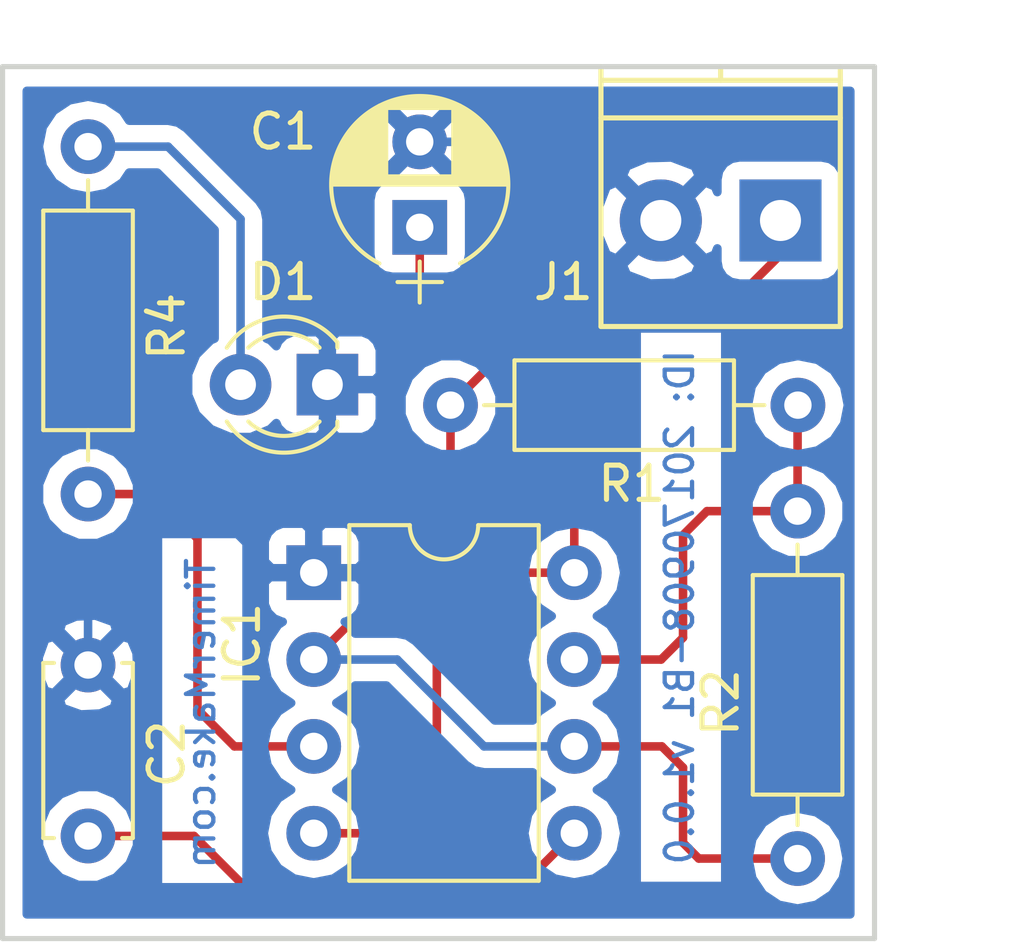
<source format=kicad_pcb>
(kicad_pcb (version 4) (host pcbnew 4.0.7-e1-6374~58~ubuntu16.04.1)

  (general
    (links 15)
    (no_connects 0)
    (area 99.924999 123.375 130.002382 151.435)
    (thickness 1.6)
    (drawings 7)
    (tracks 59)
    (zones 0)
    (modules 8)
    (nets 8)
  )

  (page USLetter portrait)
  (layers
    (0 F.Cu signal)
    (31 B.Cu signal)
    (32 B.Adhes user)
    (33 F.Adhes user)
    (34 B.Paste user)
    (35 F.Paste user)
    (36 B.SilkS user)
    (37 F.SilkS user)
    (38 B.Mask user)
    (39 F.Mask user)
    (44 Edge.Cuts user)
    (45 Margin user)
    (46 B.CrtYd user)
    (47 F.CrtYd user)
    (48 B.Fab user)
    (49 F.Fab user)
  )

  (setup
    (last_trace_width 0.25)
    (trace_clearance 0.25)
    (zone_clearance 0.508)
    (zone_45_only no)
    (trace_min 0.25)
    (segment_width 0.2)
    (edge_width 0.15)
    (via_size 0.6)
    (via_drill 0.4)
    (via_min_size 0.4)
    (via_min_drill 0.3)
    (uvia_size 0.3)
    (uvia_drill 0.1)
    (uvias_allowed no)
    (uvia_min_size 0.2)
    (uvia_min_drill 0.1)
    (pcb_text_width 0.3)
    (pcb_text_size 0.5 0.5)
    (mod_edge_width 0.15)
    (mod_text_size 1 1)
    (mod_text_width 0.15)
    (pad_size 1.524 1.524)
    (pad_drill 0.762)
    (pad_to_mask_clearance 0.2)
    (aux_axis_origin 0 0)
    (visible_elements FFFFFF7F)
    (pcbplotparams
      (layerselection 0x00000_00000001)
      (usegerberextensions false)
      (excludeedgelayer true)
      (linewidth 0.100000)
      (plotframeref true)
      (viasonmask false)
      (mode 1)
      (useauxorigin false)
      (hpglpennumber 1)
      (hpglpenspeed 20)
      (hpglpendiameter 15)
      (hpglpenoverlay 2)
      (psnegative true)
      (psa4output false)
      (plotreference false)
      (plotvalue false)
      (plotinvisibletext false)
      (padsonsilk true)
      (subtractmaskfromsilk false)
      (outputformat 4)
      (mirror true)
      (drillshape 1)
      (scaleselection 1)
      (outputdirectory ""))
  )

  (net 0 "")
  (net 1 "Net-(C1-Pad1)")
  (net 2 GND)
  (net 3 "Net-(C2-Pad1)")
  (net 4 "Net-(D1-Pad2)")
  (net 5 "Net-(IC1-Pad3)")
  (net 6 "Net-(IC1-Pad7)")
  (net 7 VCC)

  (net_class Default "This is the default net class."
    (clearance 0.25)
    (trace_width 0.25)
    (via_dia 0.6)
    (via_drill 0.4)
    (uvia_dia 0.3)
    (uvia_drill 0.1)
    (add_net GND)
    (add_net "Net-(C1-Pad1)")
    (add_net "Net-(C2-Pad1)")
    (add_net "Net-(D1-Pad2)")
    (add_net "Net-(IC1-Pad3)")
    (add_net "Net-(IC1-Pad7)")
    (add_net VCC)
  )

  (module Housings_DIP:DIP-8_W7.62mm (layer F.Cu) (tedit 59B30B64) (tstamp 59AE9D12)
    (at 109.1 140.3)
    (descr "8-lead dip package, row spacing 7.62 mm (300 mils)")
    (tags "DIL DIP PDIP 2.54mm 7.62mm 300mil")
    (path /59AAAE2A)
    (fp_text reference IC1 (at -2.1 2.1 90) (layer F.SilkS)
      (effects (font (size 1 1) (thickness 0.15)))
    )
    (fp_text value LM555N (at 3.81 10.01) (layer F.Fab)
      (effects (font (size 1 1) (thickness 0.15)))
    )
    (fp_text user %R (at 5 7.8) (layer F.Fab)
      (effects (font (size 1 1) (thickness 0.15)))
    )
    (fp_line (start 1.635 -1.27) (end 6.985 -1.27) (layer F.Fab) (width 0.1))
    (fp_line (start 6.985 -1.27) (end 6.985 8.89) (layer F.Fab) (width 0.1))
    (fp_line (start 6.985 8.89) (end 0.635 8.89) (layer F.Fab) (width 0.1))
    (fp_line (start 0.635 8.89) (end 0.635 -0.27) (layer F.Fab) (width 0.1))
    (fp_line (start 0.635 -0.27) (end 1.635 -1.27) (layer F.Fab) (width 0.1))
    (fp_line (start 2.81 -1.39) (end 1.04 -1.39) (layer F.SilkS) (width 0.12))
    (fp_line (start 1.04 -1.39) (end 1.04 9.01) (layer F.SilkS) (width 0.12))
    (fp_line (start 1.04 9.01) (end 6.58 9.01) (layer F.SilkS) (width 0.12))
    (fp_line (start 6.58 9.01) (end 6.58 -1.39) (layer F.SilkS) (width 0.12))
    (fp_line (start 6.58 -1.39) (end 4.81 -1.39) (layer F.SilkS) (width 0.12))
    (fp_line (start -1.1 -1.6) (end -1.1 9.2) (layer F.CrtYd) (width 0.05))
    (fp_line (start -1.1 9.2) (end 8.7 9.2) (layer F.CrtYd) (width 0.05))
    (fp_line (start 8.7 9.2) (end 8.7 -1.6) (layer F.CrtYd) (width 0.05))
    (fp_line (start 8.7 -1.6) (end -1.1 -1.6) (layer F.CrtYd) (width 0.05))
    (fp_arc (start 3.81 -1.39) (end 2.81 -1.39) (angle -180) (layer F.SilkS) (width 0.12))
    (pad 1 thru_hole rect (at 0 0) (size 1.6 1.6) (drill 0.8) (layers *.Cu *.Mask)
      (net 2 GND))
    (pad 5 thru_hole oval (at 7.62 7.62) (size 1.6 1.6) (drill 0.8) (layers *.Cu *.Mask)
      (net 3 "Net-(C2-Pad1)"))
    (pad 2 thru_hole oval (at 0 2.54) (size 1.6 1.6) (drill 0.8) (layers *.Cu *.Mask)
      (net 1 "Net-(C1-Pad1)"))
    (pad 6 thru_hole oval (at 7.62 5.08) (size 1.6 1.6) (drill 0.8) (layers *.Cu *.Mask)
      (net 1 "Net-(C1-Pad1)"))
    (pad 3 thru_hole oval (at 0 5.08) (size 1.6 1.6) (drill 0.8) (layers *.Cu *.Mask)
      (net 5 "Net-(IC1-Pad3)"))
    (pad 7 thru_hole oval (at 7.62 2.54) (size 1.6 1.6) (drill 0.8) (layers *.Cu *.Mask)
      (net 6 "Net-(IC1-Pad7)"))
    (pad 4 thru_hole oval (at 0 7.62) (size 1.6 1.6) (drill 0.8) (layers *.Cu *.Mask)
      (net 7 VCC))
    (pad 8 thru_hole oval (at 7.62 0) (size 1.6 1.6) (drill 0.8) (layers *.Cu *.Mask)
      (net 7 VCC))
    (model ${KISYS3DMOD}/Housings_DIP.3dshapes/DIP-8_W7.62mm.wrl
      (at (xyz 0 0 0))
      (scale (xyz 1 1 1))
      (rotate (xyz 0 0 0))
    )
  )

  (module LEDs:LED_D3.0mm (layer F.Cu) (tedit 59B30BDF) (tstamp 59AEA375)
    (at 109.5 134.8 180)
    (descr "LED, diameter 3.0mm, 2 pins")
    (tags "LED diameter 3.0mm 2 pins")
    (path /59AAAEAE)
    (fp_text reference D1 (at 1.3 3 180) (layer F.SilkS)
      (effects (font (size 1 1) (thickness 0.15)))
    )
    (fp_text value LED1 (at 2.5 -3 180) (layer F.Fab)
      (effects (font (size 1 1) (thickness 0.15)))
    )
    (fp_arc (start 1.27 0) (end -0.23 -1.16619) (angle 284.3) (layer F.Fab) (width 0.1))
    (fp_arc (start 1.27 0) (end -0.29 -1.235516) (angle 108.8) (layer F.SilkS) (width 0.12))
    (fp_arc (start 1.27 0) (end -0.29 1.235516) (angle -108.8) (layer F.SilkS) (width 0.12))
    (fp_arc (start 1.27 0) (end 0.229039 -1.08) (angle 87.9) (layer F.SilkS) (width 0.12))
    (fp_arc (start 1.27 0) (end 0.229039 1.08) (angle -87.9) (layer F.SilkS) (width 0.12))
    (fp_circle (center 1.27 0) (end 2.77 0) (layer F.Fab) (width 0.1))
    (fp_line (start -0.23 -1.16619) (end -0.23 1.16619) (layer F.Fab) (width 0.1))
    (fp_line (start -0.29 -1.236) (end -0.29 -1.08) (layer F.SilkS) (width 0.12))
    (fp_line (start -0.29 1.08) (end -0.29 1.236) (layer F.SilkS) (width 0.12))
    (fp_line (start -1.15 -2.25) (end -1.15 2.25) (layer F.CrtYd) (width 0.05))
    (fp_line (start -1.15 2.25) (end 3.7 2.25) (layer F.CrtYd) (width 0.05))
    (fp_line (start 3.7 2.25) (end 3.7 -2.25) (layer F.CrtYd) (width 0.05))
    (fp_line (start 3.7 -2.25) (end -1.15 -2.25) (layer F.CrtYd) (width 0.05))
    (pad 1 thru_hole rect (at 0 0 180) (size 1.8 1.8) (drill 0.9) (layers *.Cu *.Mask)
      (net 2 GND))
    (pad 2 thru_hole circle (at 2.54 0 180) (size 1.8 1.8) (drill 0.9) (layers *.Cu *.Mask)
      (net 4 "Net-(D1-Pad2)"))
    (model ${KISYS3DMOD}/LEDs.3dshapes/LED_D3.0mm.wrl
      (at (xyz 0 0 0))
      (scale (xyz 0.393701 0.393701 0.393701))
      (rotate (xyz 0 0 0))
    )
  )

  (module Connectors_Terminal_Blocks:TerminalBlock_Pheonix_PT-3.5mm_2pol (layer F.Cu) (tedit 59B55654) (tstamp 59AF2659)
    (at 122.75 130 180)
    (descr "2-way 3.5mm pitch terminal block, Phoenix PT series")
    (path /59AF0616)
    (fp_text reference J1 (at 6.35 -1.8 180) (layer F.SilkS)
      (effects (font (size 1 1) (thickness 0.15)))
    )
    (fp_text value Screw_Terminal_1x02 (at 0.95 5.6 180) (layer F.Fab)
      (effects (font (size 1 1) (thickness 0.15)))
    )
    (fp_line (start -1.9 -3.3) (end 5.4 -3.3) (layer F.CrtYd) (width 0.05))
    (fp_line (start -1.9 4.7) (end -1.9 -3.3) (layer F.CrtYd) (width 0.05))
    (fp_line (start 5.4 4.7) (end -1.9 4.7) (layer F.CrtYd) (width 0.05))
    (fp_line (start 5.4 -3.3) (end 5.4 4.7) (layer F.CrtYd) (width 0.05))
    (fp_line (start 1.75 4.1) (end 1.75 4.5) (layer F.SilkS) (width 0.15))
    (fp_line (start -1.75 3) (end 5.25 3) (layer F.SilkS) (width 0.15))
    (fp_line (start -1.75 4.1) (end 5.25 4.1) (layer F.SilkS) (width 0.15))
    (fp_line (start -1.75 -3.1) (end -1.75 4.5) (layer F.SilkS) (width 0.15))
    (fp_line (start 5.25 4.5) (end 5.25 -3.1) (layer F.SilkS) (width 0.15))
    (fp_line (start 5.25 -3.1) (end -1.75 -3.1) (layer F.SilkS) (width 0.15))
    (pad 2 thru_hole circle (at 3.5 0 180) (size 2.4 2.4) (drill 1.2) (layers *.Cu *.Mask)
      (net 2 GND))
    (pad 1 thru_hole rect (at 0 0 180) (size 2.4 2.4) (drill 1.2) (layers *.Cu *.Mask)
      (net 7 VCC))
    (model Terminal_Blocks.3dshapes/TerminalBlock_Pheonix_PT-3.5mm_2pol.wrl
      (at (xyz 0 0 0))
      (scale (xyz 1 1 1))
      (rotate (xyz 0 0 0))
    )
  )

  (module Capacitors_THT:CP_Radial_D5.0mm_P2.50mm (layer F.Cu) (tedit 59B30AEE) (tstamp 59AF271D)
    (at 112.2 130.2 90)
    (descr "CP, Radial series, Radial, pin pitch=2.50mm, , diameter=5mm, Electrolytic Capacitor")
    (tags "CP Radial series Radial pin pitch 2.50mm  diameter 5mm Electrolytic Capacitor")
    (path /59AAB179)
    (fp_text reference C1 (at 2.8 -4 180) (layer F.SilkS)
      (effects (font (size 1 1) (thickness 0.15)))
    )
    (fp_text value 10mF (at 1.25 3.81 90) (layer F.Fab)
      (effects (font (size 1 1) (thickness 0.15)))
    )
    (fp_arc (start 1.25 0) (end -1.05558 -1.18) (angle 125.8) (layer F.SilkS) (width 0.12))
    (fp_arc (start 1.25 0) (end -1.05558 1.18) (angle -125.8) (layer F.SilkS) (width 0.12))
    (fp_arc (start 1.25 0) (end 3.55558 -1.18) (angle 54.2) (layer F.SilkS) (width 0.12))
    (fp_circle (center 1.25 0) (end 3.75 0) (layer F.Fab) (width 0.1))
    (fp_line (start -2.2 0) (end -1 0) (layer F.Fab) (width 0.1))
    (fp_line (start -1.6 -0.65) (end -1.6 0.65) (layer F.Fab) (width 0.1))
    (fp_line (start 1.25 -2.55) (end 1.25 2.55) (layer F.SilkS) (width 0.12))
    (fp_line (start 1.29 -2.55) (end 1.29 2.55) (layer F.SilkS) (width 0.12))
    (fp_line (start 1.33 -2.549) (end 1.33 2.549) (layer F.SilkS) (width 0.12))
    (fp_line (start 1.37 -2.548) (end 1.37 2.548) (layer F.SilkS) (width 0.12))
    (fp_line (start 1.41 -2.546) (end 1.41 2.546) (layer F.SilkS) (width 0.12))
    (fp_line (start 1.45 -2.543) (end 1.45 2.543) (layer F.SilkS) (width 0.12))
    (fp_line (start 1.49 -2.539) (end 1.49 2.539) (layer F.SilkS) (width 0.12))
    (fp_line (start 1.53 -2.535) (end 1.53 -0.98) (layer F.SilkS) (width 0.12))
    (fp_line (start 1.53 0.98) (end 1.53 2.535) (layer F.SilkS) (width 0.12))
    (fp_line (start 1.57 -2.531) (end 1.57 -0.98) (layer F.SilkS) (width 0.12))
    (fp_line (start 1.57 0.98) (end 1.57 2.531) (layer F.SilkS) (width 0.12))
    (fp_line (start 1.61 -2.525) (end 1.61 -0.98) (layer F.SilkS) (width 0.12))
    (fp_line (start 1.61 0.98) (end 1.61 2.525) (layer F.SilkS) (width 0.12))
    (fp_line (start 1.65 -2.519) (end 1.65 -0.98) (layer F.SilkS) (width 0.12))
    (fp_line (start 1.65 0.98) (end 1.65 2.519) (layer F.SilkS) (width 0.12))
    (fp_line (start 1.69 -2.513) (end 1.69 -0.98) (layer F.SilkS) (width 0.12))
    (fp_line (start 1.69 0.98) (end 1.69 2.513) (layer F.SilkS) (width 0.12))
    (fp_line (start 1.73 -2.506) (end 1.73 -0.98) (layer F.SilkS) (width 0.12))
    (fp_line (start 1.73 0.98) (end 1.73 2.506) (layer F.SilkS) (width 0.12))
    (fp_line (start 1.77 -2.498) (end 1.77 -0.98) (layer F.SilkS) (width 0.12))
    (fp_line (start 1.77 0.98) (end 1.77 2.498) (layer F.SilkS) (width 0.12))
    (fp_line (start 1.81 -2.489) (end 1.81 -0.98) (layer F.SilkS) (width 0.12))
    (fp_line (start 1.81 0.98) (end 1.81 2.489) (layer F.SilkS) (width 0.12))
    (fp_line (start 1.85 -2.48) (end 1.85 -0.98) (layer F.SilkS) (width 0.12))
    (fp_line (start 1.85 0.98) (end 1.85 2.48) (layer F.SilkS) (width 0.12))
    (fp_line (start 1.89 -2.47) (end 1.89 -0.98) (layer F.SilkS) (width 0.12))
    (fp_line (start 1.89 0.98) (end 1.89 2.47) (layer F.SilkS) (width 0.12))
    (fp_line (start 1.93 -2.46) (end 1.93 -0.98) (layer F.SilkS) (width 0.12))
    (fp_line (start 1.93 0.98) (end 1.93 2.46) (layer F.SilkS) (width 0.12))
    (fp_line (start 1.971 -2.448) (end 1.971 -0.98) (layer F.SilkS) (width 0.12))
    (fp_line (start 1.971 0.98) (end 1.971 2.448) (layer F.SilkS) (width 0.12))
    (fp_line (start 2.011 -2.436) (end 2.011 -0.98) (layer F.SilkS) (width 0.12))
    (fp_line (start 2.011 0.98) (end 2.011 2.436) (layer F.SilkS) (width 0.12))
    (fp_line (start 2.051 -2.424) (end 2.051 -0.98) (layer F.SilkS) (width 0.12))
    (fp_line (start 2.051 0.98) (end 2.051 2.424) (layer F.SilkS) (width 0.12))
    (fp_line (start 2.091 -2.41) (end 2.091 -0.98) (layer F.SilkS) (width 0.12))
    (fp_line (start 2.091 0.98) (end 2.091 2.41) (layer F.SilkS) (width 0.12))
    (fp_line (start 2.131 -2.396) (end 2.131 -0.98) (layer F.SilkS) (width 0.12))
    (fp_line (start 2.131 0.98) (end 2.131 2.396) (layer F.SilkS) (width 0.12))
    (fp_line (start 2.171 -2.382) (end 2.171 -0.98) (layer F.SilkS) (width 0.12))
    (fp_line (start 2.171 0.98) (end 2.171 2.382) (layer F.SilkS) (width 0.12))
    (fp_line (start 2.211 -2.366) (end 2.211 -0.98) (layer F.SilkS) (width 0.12))
    (fp_line (start 2.211 0.98) (end 2.211 2.366) (layer F.SilkS) (width 0.12))
    (fp_line (start 2.251 -2.35) (end 2.251 -0.98) (layer F.SilkS) (width 0.12))
    (fp_line (start 2.251 0.98) (end 2.251 2.35) (layer F.SilkS) (width 0.12))
    (fp_line (start 2.291 -2.333) (end 2.291 -0.98) (layer F.SilkS) (width 0.12))
    (fp_line (start 2.291 0.98) (end 2.291 2.333) (layer F.SilkS) (width 0.12))
    (fp_line (start 2.331 -2.315) (end 2.331 -0.98) (layer F.SilkS) (width 0.12))
    (fp_line (start 2.331 0.98) (end 2.331 2.315) (layer F.SilkS) (width 0.12))
    (fp_line (start 2.371 -2.296) (end 2.371 -0.98) (layer F.SilkS) (width 0.12))
    (fp_line (start 2.371 0.98) (end 2.371 2.296) (layer F.SilkS) (width 0.12))
    (fp_line (start 2.411 -2.276) (end 2.411 -0.98) (layer F.SilkS) (width 0.12))
    (fp_line (start 2.411 0.98) (end 2.411 2.276) (layer F.SilkS) (width 0.12))
    (fp_line (start 2.451 -2.256) (end 2.451 -0.98) (layer F.SilkS) (width 0.12))
    (fp_line (start 2.451 0.98) (end 2.451 2.256) (layer F.SilkS) (width 0.12))
    (fp_line (start 2.491 -2.234) (end 2.491 -0.98) (layer F.SilkS) (width 0.12))
    (fp_line (start 2.491 0.98) (end 2.491 2.234) (layer F.SilkS) (width 0.12))
    (fp_line (start 2.531 -2.212) (end 2.531 -0.98) (layer F.SilkS) (width 0.12))
    (fp_line (start 2.531 0.98) (end 2.531 2.212) (layer F.SilkS) (width 0.12))
    (fp_line (start 2.571 -2.189) (end 2.571 -0.98) (layer F.SilkS) (width 0.12))
    (fp_line (start 2.571 0.98) (end 2.571 2.189) (layer F.SilkS) (width 0.12))
    (fp_line (start 2.611 -2.165) (end 2.611 -0.98) (layer F.SilkS) (width 0.12))
    (fp_line (start 2.611 0.98) (end 2.611 2.165) (layer F.SilkS) (width 0.12))
    (fp_line (start 2.651 -2.14) (end 2.651 -0.98) (layer F.SilkS) (width 0.12))
    (fp_line (start 2.651 0.98) (end 2.651 2.14) (layer F.SilkS) (width 0.12))
    (fp_line (start 2.691 -2.113) (end 2.691 -0.98) (layer F.SilkS) (width 0.12))
    (fp_line (start 2.691 0.98) (end 2.691 2.113) (layer F.SilkS) (width 0.12))
    (fp_line (start 2.731 -2.086) (end 2.731 -0.98) (layer F.SilkS) (width 0.12))
    (fp_line (start 2.731 0.98) (end 2.731 2.086) (layer F.SilkS) (width 0.12))
    (fp_line (start 2.771 -2.058) (end 2.771 -0.98) (layer F.SilkS) (width 0.12))
    (fp_line (start 2.771 0.98) (end 2.771 2.058) (layer F.SilkS) (width 0.12))
    (fp_line (start 2.811 -2.028) (end 2.811 -0.98) (layer F.SilkS) (width 0.12))
    (fp_line (start 2.811 0.98) (end 2.811 2.028) (layer F.SilkS) (width 0.12))
    (fp_line (start 2.851 -1.997) (end 2.851 -0.98) (layer F.SilkS) (width 0.12))
    (fp_line (start 2.851 0.98) (end 2.851 1.997) (layer F.SilkS) (width 0.12))
    (fp_line (start 2.891 -1.965) (end 2.891 -0.98) (layer F.SilkS) (width 0.12))
    (fp_line (start 2.891 0.98) (end 2.891 1.965) (layer F.SilkS) (width 0.12))
    (fp_line (start 2.931 -1.932) (end 2.931 -0.98) (layer F.SilkS) (width 0.12))
    (fp_line (start 2.931 0.98) (end 2.931 1.932) (layer F.SilkS) (width 0.12))
    (fp_line (start 2.971 -1.897) (end 2.971 -0.98) (layer F.SilkS) (width 0.12))
    (fp_line (start 2.971 0.98) (end 2.971 1.897) (layer F.SilkS) (width 0.12))
    (fp_line (start 3.011 -1.861) (end 3.011 -0.98) (layer F.SilkS) (width 0.12))
    (fp_line (start 3.011 0.98) (end 3.011 1.861) (layer F.SilkS) (width 0.12))
    (fp_line (start 3.051 -1.823) (end 3.051 -0.98) (layer F.SilkS) (width 0.12))
    (fp_line (start 3.051 0.98) (end 3.051 1.823) (layer F.SilkS) (width 0.12))
    (fp_line (start 3.091 -1.783) (end 3.091 -0.98) (layer F.SilkS) (width 0.12))
    (fp_line (start 3.091 0.98) (end 3.091 1.783) (layer F.SilkS) (width 0.12))
    (fp_line (start 3.131 -1.742) (end 3.131 -0.98) (layer F.SilkS) (width 0.12))
    (fp_line (start 3.131 0.98) (end 3.131 1.742) (layer F.SilkS) (width 0.12))
    (fp_line (start 3.171 -1.699) (end 3.171 -0.98) (layer F.SilkS) (width 0.12))
    (fp_line (start 3.171 0.98) (end 3.171 1.699) (layer F.SilkS) (width 0.12))
    (fp_line (start 3.211 -1.654) (end 3.211 -0.98) (layer F.SilkS) (width 0.12))
    (fp_line (start 3.211 0.98) (end 3.211 1.654) (layer F.SilkS) (width 0.12))
    (fp_line (start 3.251 -1.606) (end 3.251 -0.98) (layer F.SilkS) (width 0.12))
    (fp_line (start 3.251 0.98) (end 3.251 1.606) (layer F.SilkS) (width 0.12))
    (fp_line (start 3.291 -1.556) (end 3.291 -0.98) (layer F.SilkS) (width 0.12))
    (fp_line (start 3.291 0.98) (end 3.291 1.556) (layer F.SilkS) (width 0.12))
    (fp_line (start 3.331 -1.504) (end 3.331 -0.98) (layer F.SilkS) (width 0.12))
    (fp_line (start 3.331 0.98) (end 3.331 1.504) (layer F.SilkS) (width 0.12))
    (fp_line (start 3.371 -1.448) (end 3.371 -0.98) (layer F.SilkS) (width 0.12))
    (fp_line (start 3.371 0.98) (end 3.371 1.448) (layer F.SilkS) (width 0.12))
    (fp_line (start 3.411 -1.39) (end 3.411 -0.98) (layer F.SilkS) (width 0.12))
    (fp_line (start 3.411 0.98) (end 3.411 1.39) (layer F.SilkS) (width 0.12))
    (fp_line (start 3.451 -1.327) (end 3.451 -0.98) (layer F.SilkS) (width 0.12))
    (fp_line (start 3.451 0.98) (end 3.451 1.327) (layer F.SilkS) (width 0.12))
    (fp_line (start 3.491 -1.261) (end 3.491 1.261) (layer F.SilkS) (width 0.12))
    (fp_line (start 3.531 -1.189) (end 3.531 1.189) (layer F.SilkS) (width 0.12))
    (fp_line (start 3.571 -1.112) (end 3.571 1.112) (layer F.SilkS) (width 0.12))
    (fp_line (start 3.611 -1.028) (end 3.611 1.028) (layer F.SilkS) (width 0.12))
    (fp_line (start 3.651 -0.934) (end 3.651 0.934) (layer F.SilkS) (width 0.12))
    (fp_line (start 3.691 -0.829) (end 3.691 0.829) (layer F.SilkS) (width 0.12))
    (fp_line (start 3.731 -0.707) (end 3.731 0.707) (layer F.SilkS) (width 0.12))
    (fp_line (start 3.771 -0.559) (end 3.771 0.559) (layer F.SilkS) (width 0.12))
    (fp_line (start 3.811 -0.354) (end 3.811 0.354) (layer F.SilkS) (width 0.12))
    (fp_line (start -2.2 0) (end -1 0) (layer F.SilkS) (width 0.12))
    (fp_line (start -1.6 -0.65) (end -1.6 0.65) (layer F.SilkS) (width 0.12))
    (fp_line (start -1.6 -2.85) (end -1.6 2.85) (layer F.CrtYd) (width 0.05))
    (fp_line (start -1.6 2.85) (end 4.1 2.85) (layer F.CrtYd) (width 0.05))
    (fp_line (start 4.1 2.85) (end 4.1 -2.85) (layer F.CrtYd) (width 0.05))
    (fp_line (start 4.1 -2.85) (end -1.6 -2.85) (layer F.CrtYd) (width 0.05))
    (fp_text user %R (at 1.25 0 90) (layer F.Fab)
      (effects (font (size 1 1) (thickness 0.15)))
    )
    (pad 1 thru_hole rect (at 0 0 90) (size 1.6 1.6) (drill 0.8) (layers *.Cu *.Mask)
      (net 1 "Net-(C1-Pad1)"))
    (pad 2 thru_hole circle (at 2.5 0 90) (size 1.6 1.6) (drill 0.8) (layers *.Cu *.Mask)
      (net 2 GND))
    (model ${KISYS3DMOD}/Capacitors_THT.3dshapes/CP_Radial_D5.0mm_P2.50mm.wrl
      (at (xyz 0 0 0))
      (scale (xyz 1 1 1))
      (rotate (xyz 0 0 0))
    )
  )

  (module Capacitors_THT:C_Disc_D5.0mm_W2.5mm_P5.00mm (layer F.Cu) (tedit 59B30AD4) (tstamp 59AF2722)
    (at 102.5 148 90)
    (descr "C, Disc series, Radial, pin pitch=5.00mm, , diameter*width=5*2.5mm^2, Capacitor, http://cdn-reichelt.de/documents/datenblatt/B300/DS_KERKO_TC.pdf")
    (tags "C Disc series Radial pin pitch 5.00mm  diameter 5mm width 2.5mm Capacitor")
    (path /59AAB1C8)
    (fp_text reference C2 (at 2.4 2.3 90) (layer F.SilkS)
      (effects (font (size 1 1) (thickness 0.15)))
    )
    (fp_text value 0.01mF (at 3.1 2.3 90) (layer F.Fab)
      (effects (font (size 1 1) (thickness 0.15)))
    )
    (fp_line (start 0 -1.25) (end 0 1.25) (layer F.Fab) (width 0.1))
    (fp_line (start 0 1.25) (end 5 1.25) (layer F.Fab) (width 0.1))
    (fp_line (start 5 1.25) (end 5 -1.25) (layer F.Fab) (width 0.1))
    (fp_line (start 5 -1.25) (end 0 -1.25) (layer F.Fab) (width 0.1))
    (fp_line (start -0.06 -1.31) (end 5.06 -1.31) (layer F.SilkS) (width 0.12))
    (fp_line (start -0.06 1.31) (end 5.06 1.31) (layer F.SilkS) (width 0.12))
    (fp_line (start -0.06 -1.31) (end -0.06 -0.996) (layer F.SilkS) (width 0.12))
    (fp_line (start -0.06 0.996) (end -0.06 1.31) (layer F.SilkS) (width 0.12))
    (fp_line (start 5.06 -1.31) (end 5.06 -0.996) (layer F.SilkS) (width 0.12))
    (fp_line (start 5.06 0.996) (end 5.06 1.31) (layer F.SilkS) (width 0.12))
    (fp_line (start -1.05 -1.6) (end -1.05 1.6) (layer F.CrtYd) (width 0.05))
    (fp_line (start -1.05 1.6) (end 6.05 1.6) (layer F.CrtYd) (width 0.05))
    (fp_line (start 6.05 1.6) (end 6.05 -1.6) (layer F.CrtYd) (width 0.05))
    (fp_line (start 6.05 -1.6) (end -1.05 -1.6) (layer F.CrtYd) (width 0.05))
    (fp_text user %R (at 2.5 0 90) (layer F.Fab)
      (effects (font (size 1 1) (thickness 0.15)))
    )
    (pad 1 thru_hole circle (at 0 0 90) (size 1.6 1.6) (drill 0.8) (layers *.Cu *.Mask)
      (net 3 "Net-(C2-Pad1)"))
    (pad 2 thru_hole circle (at 5 0 90) (size 1.6 1.6) (drill 0.8) (layers *.Cu *.Mask)
      (net 2 GND))
    (model ${KISYS3DMOD}/Capacitors_THT.3dshapes/C_Disc_D5.0mm_W2.5mm_P5.00mm.wrl
      (at (xyz 0 0 0))
      (scale (xyz 1 1 1))
      (rotate (xyz 0 0 0))
    )
  )

  (module Resistors_THT:R_Axial_DIN0207_L6.3mm_D2.5mm_P10.16mm_Horizontal (layer F.Cu) (tedit 59B30B01) (tstamp 59AF2727)
    (at 113.1 135.4)
    (descr "Resistor, Axial_DIN0207 series, Axial, Horizontal, pin pitch=10.16mm, 0.25W = 1/4W, length*diameter=6.3*2.5mm^2, http://cdn-reichelt.de/documents/datenblatt/B400/1_4W%23YAG.pdf")
    (tags "Resistor Axial_DIN0207 series Axial Horizontal pin pitch 10.16mm 0.25W = 1/4W length 6.3mm diameter 2.5mm")
    (path /59AAAF36)
    (fp_text reference R1 (at 5.3 2.3) (layer F.SilkS)
      (effects (font (size 1 1) (thickness 0.15)))
    )
    (fp_text value 1K (at 5.4 0) (layer F.Fab)
      (effects (font (size 1 1) (thickness 0.15)))
    )
    (fp_line (start 1.93 -1.25) (end 1.93 1.25) (layer F.Fab) (width 0.1))
    (fp_line (start 1.93 1.25) (end 8.23 1.25) (layer F.Fab) (width 0.1))
    (fp_line (start 8.23 1.25) (end 8.23 -1.25) (layer F.Fab) (width 0.1))
    (fp_line (start 8.23 -1.25) (end 1.93 -1.25) (layer F.Fab) (width 0.1))
    (fp_line (start 0 0) (end 1.93 0) (layer F.Fab) (width 0.1))
    (fp_line (start 10.16 0) (end 8.23 0) (layer F.Fab) (width 0.1))
    (fp_line (start 1.87 -1.31) (end 1.87 1.31) (layer F.SilkS) (width 0.12))
    (fp_line (start 1.87 1.31) (end 8.29 1.31) (layer F.SilkS) (width 0.12))
    (fp_line (start 8.29 1.31) (end 8.29 -1.31) (layer F.SilkS) (width 0.12))
    (fp_line (start 8.29 -1.31) (end 1.87 -1.31) (layer F.SilkS) (width 0.12))
    (fp_line (start 0.98 0) (end 1.87 0) (layer F.SilkS) (width 0.12))
    (fp_line (start 9.18 0) (end 8.29 0) (layer F.SilkS) (width 0.12))
    (fp_line (start -1.05 -1.6) (end -1.05 1.6) (layer F.CrtYd) (width 0.05))
    (fp_line (start -1.05 1.6) (end 11.25 1.6) (layer F.CrtYd) (width 0.05))
    (fp_line (start 11.25 1.6) (end 11.25 -1.6) (layer F.CrtYd) (width 0.05))
    (fp_line (start 11.25 -1.6) (end -1.05 -1.6) (layer F.CrtYd) (width 0.05))
    (pad 1 thru_hole circle (at 0 0) (size 1.6 1.6) (drill 0.8) (layers *.Cu *.Mask)
      (net 7 VCC))
    (pad 2 thru_hole oval (at 10.16 0) (size 1.6 1.6) (drill 0.8) (layers *.Cu *.Mask)
      (net 6 "Net-(IC1-Pad7)"))
    (model ${KISYS3DMOD}/Resistors_THT.3dshapes/R_Axial_DIN0207_L6.3mm_D2.5mm_P10.16mm_Horizontal.wrl
      (at (xyz 0 0 0))
      (scale (xyz 0.393701 0.393701 0.393701))
      (rotate (xyz 0 0 0))
    )
  )

  (module Resistors_THT:R_Axial_DIN0207_L6.3mm_D2.5mm_P10.16mm_Horizontal (layer F.Cu) (tedit 59B3077A) (tstamp 59AF272C)
    (at 123.25 138.5 270)
    (descr "Resistor, Axial_DIN0207 series, Axial, Horizontal, pin pitch=10.16mm, 0.25W = 1/4W, length*diameter=6.3*2.5mm^2, http://cdn-reichelt.de/documents/datenblatt/B400/1_4W%23YAG.pdf")
    (tags "Resistor Axial_DIN0207 series Axial Horizontal pin pitch 10.16mm 0.25W = 1/4W length 6.3mm diameter 2.5mm")
    (path /59AAAEF5)
    (fp_text reference R2 (at 5.6 2.25 270) (layer F.SilkS)
      (effects (font (size 1 1) (thickness 0.15)))
    )
    (fp_text value 10K (at 5.4 -0.05 270) (layer F.Fab)
      (effects (font (size 1 1) (thickness 0.15)))
    )
    (fp_line (start 1.93 -1.25) (end 1.93 1.25) (layer F.Fab) (width 0.1))
    (fp_line (start 1.93 1.25) (end 8.23 1.25) (layer F.Fab) (width 0.1))
    (fp_line (start 8.23 1.25) (end 8.23 -1.25) (layer F.Fab) (width 0.1))
    (fp_line (start 8.23 -1.25) (end 1.93 -1.25) (layer F.Fab) (width 0.1))
    (fp_line (start 0 0) (end 1.93 0) (layer F.Fab) (width 0.1))
    (fp_line (start 10.16 0) (end 8.23 0) (layer F.Fab) (width 0.1))
    (fp_line (start 1.87 -1.31) (end 1.87 1.31) (layer F.SilkS) (width 0.12))
    (fp_line (start 1.87 1.31) (end 8.29 1.31) (layer F.SilkS) (width 0.12))
    (fp_line (start 8.29 1.31) (end 8.29 -1.31) (layer F.SilkS) (width 0.12))
    (fp_line (start 8.29 -1.31) (end 1.87 -1.31) (layer F.SilkS) (width 0.12))
    (fp_line (start 0.98 0) (end 1.87 0) (layer F.SilkS) (width 0.12))
    (fp_line (start 9.18 0) (end 8.29 0) (layer F.SilkS) (width 0.12))
    (fp_line (start -1.05 -1.6) (end -1.05 1.6) (layer F.CrtYd) (width 0.05))
    (fp_line (start -1.05 1.6) (end 11.25 1.6) (layer F.CrtYd) (width 0.05))
    (fp_line (start 11.25 1.6) (end 11.25 -1.6) (layer F.CrtYd) (width 0.05))
    (fp_line (start 11.25 -1.6) (end -1.05 -1.6) (layer F.CrtYd) (width 0.05))
    (pad 1 thru_hole circle (at 0 0 270) (size 1.6 1.6) (drill 0.8) (layers *.Cu *.Mask)
      (net 6 "Net-(IC1-Pad7)"))
    (pad 2 thru_hole oval (at 10.16 0 270) (size 1.6 1.6) (drill 0.8) (layers *.Cu *.Mask)
      (net 1 "Net-(C1-Pad1)"))
    (model ${KISYS3DMOD}/Resistors_THT.3dshapes/R_Axial_DIN0207_L6.3mm_D2.5mm_P10.16mm_Horizontal.wrl
      (at (xyz 0 0 0))
      (scale (xyz 0.393701 0.393701 0.393701))
      (rotate (xyz 0 0 0))
    )
  )

  (module Resistors_THT:R_Axial_DIN0207_L6.3mm_D2.5mm_P10.16mm_Horizontal (layer F.Cu) (tedit 59B30760) (tstamp 59AF2731)
    (at 102.5 138 90)
    (descr "Resistor, Axial_DIN0207 series, Axial, Horizontal, pin pitch=10.16mm, 0.25W = 1/4W, length*diameter=6.3*2.5mm^2, http://cdn-reichelt.de/documents/datenblatt/B400/1_4W%23YAG.pdf")
    (tags "Resistor Axial_DIN0207 series Axial Horizontal pin pitch 10.16mm 0.25W = 1/4W length 6.3mm diameter 2.5mm")
    (path /59AAB550)
    (fp_text reference R4 (at 4.9 2.3 90) (layer F.SilkS)
      (effects (font (size 1 1) (thickness 0.15)))
    )
    (fp_text value 1K (at 5.6 0.1 90) (layer F.Fab)
      (effects (font (size 1 1) (thickness 0.15)))
    )
    (fp_line (start 1.93 -1.25) (end 1.93 1.25) (layer F.Fab) (width 0.1))
    (fp_line (start 1.93 1.25) (end 8.23 1.25) (layer F.Fab) (width 0.1))
    (fp_line (start 8.23 1.25) (end 8.23 -1.25) (layer F.Fab) (width 0.1))
    (fp_line (start 8.23 -1.25) (end 1.93 -1.25) (layer F.Fab) (width 0.1))
    (fp_line (start 0 0) (end 1.93 0) (layer F.Fab) (width 0.1))
    (fp_line (start 10.16 0) (end 8.23 0) (layer F.Fab) (width 0.1))
    (fp_line (start 1.87 -1.31) (end 1.87 1.31) (layer F.SilkS) (width 0.12))
    (fp_line (start 1.87 1.31) (end 8.29 1.31) (layer F.SilkS) (width 0.12))
    (fp_line (start 8.29 1.31) (end 8.29 -1.31) (layer F.SilkS) (width 0.12))
    (fp_line (start 8.29 -1.31) (end 1.87 -1.31) (layer F.SilkS) (width 0.12))
    (fp_line (start 0.98 0) (end 1.87 0) (layer F.SilkS) (width 0.12))
    (fp_line (start 9.18 0) (end 8.29 0) (layer F.SilkS) (width 0.12))
    (fp_line (start -1.05 -1.6) (end -1.05 1.6) (layer F.CrtYd) (width 0.05))
    (fp_line (start -1.05 1.6) (end 11.25 1.6) (layer F.CrtYd) (width 0.05))
    (fp_line (start 11.25 1.6) (end 11.25 -1.6) (layer F.CrtYd) (width 0.05))
    (fp_line (start 11.25 -1.6) (end -1.05 -1.6) (layer F.CrtYd) (width 0.05))
    (pad 1 thru_hole circle (at 0 0 90) (size 1.6 1.6) (drill 0.8) (layers *.Cu *.Mask)
      (net 5 "Net-(IC1-Pad3)"))
    (pad 2 thru_hole oval (at 10.16 0 90) (size 1.6 1.6) (drill 0.8) (layers *.Cu *.Mask)
      (net 4 "Net-(D1-Pad2)"))
    (model ${KISYS3DMOD}/Resistors_THT.3dshapes/R_Axial_DIN0207_L6.3mm_D2.5mm_P10.16mm_Horizontal.wrl
      (at (xyz 0 0 0))
      (scale (xyz 0.393701 0.393701 0.393701))
      (rotate (xyz 0 0 0))
    )
  )

  (gr_text v1.0.0 (at 119.8 147 90) (layer B.Cu)
    (effects (font (size 0.8 0.8) (thickness 0.125)) (justify mirror))
  )
  (gr_text "ID: 20170908-B1" (at 119.8 139.2 90) (layer B.Cu)
    (effects (font (size 0.8 0.8) (thickness 0.125)) (justify mirror))
  )
  (gr_text "TimerMake.com\n" (at 105.8 139.8 90) (layer B.Cu)
    (effects (font (size 0.8 0.8) (thickness 0.125)) (justify left mirror))
  )
  (gr_line (start 100 125.5) (end 100 151) (angle 90) (layer Edge.Cuts) (width 0.15))
  (gr_line (start 125.5 125.5) (end 100 125.5) (angle 90) (layer Edge.Cuts) (width 0.15))
  (gr_line (start 125.5 151) (end 125.5 125.5) (angle 90) (layer Edge.Cuts) (width 0.15))
  (gr_line (start 100 151) (end 125.5 151) (angle 90) (layer Edge.Cuts) (width 0.15))

  (segment (start 112.2 130.2) (end 112.2 132.6) (width 0.25) (layer F.Cu) (net 1))
  (segment (start 111.3 140.64) (end 109.1 142.84) (width 0.25) (layer F.Cu) (net 1) (tstamp 59B30A0F))
  (segment (start 111.3 133.5) (end 111.3 140.64) (width 0.25) (layer F.Cu) (net 1) (tstamp 59B30A0E))
  (segment (start 112.2 132.6) (end 111.3 133.5) (width 0.25) (layer F.Cu) (net 1) (tstamp 59B30A0D))
  (segment (start 109.1 142.84) (end 111.54 142.84) (width 0.25) (layer B.Cu) (net 1))
  (segment (start 114.08 145.38) (end 116.72 145.38) (width 0.25) (layer B.Cu) (net 1) (tstamp 59B30691))
  (segment (start 111.54 142.84) (end 114.08 145.38) (width 0.25) (layer B.Cu) (net 1) (tstamp 59B3068F))
  (segment (start 116.72 145.38) (end 119.28 145.38) (width 0.25) (layer F.Cu) (net 1))
  (segment (start 119.28 145.38) (end 119.9 146) (width 0.25) (layer F.Cu) (net 1) (tstamp 59B30649))
  (segment (start 119.9 146) (end 119.9 148.2) (width 0.25) (layer F.Cu) (net 1) (tstamp 59B3064A))
  (segment (start 119.9 148.2) (end 120.36 148.66) (width 0.25) (layer F.Cu) (net 1) (tstamp 59B3064B))
  (segment (start 120.36 148.66) (end 123.25 148.66) (width 0.25) (layer F.Cu) (net 1) (tstamp 59B3064C))
  (segment (start 109.1 140.3) (end 108 140.3) (width 0.25) (layer B.Cu) (net 2))
  (segment (start 102.5 141) (end 102.5 143) (width 0.25) (layer B.Cu) (net 2) (tstamp 59B5527A))
  (segment (start 104.7 138.8) (end 102.5 141) (width 0.25) (layer B.Cu) (net 2) (tstamp 59B55279))
  (segment (start 106.5 138.8) (end 104.7 138.8) (width 0.25) (layer B.Cu) (net 2) (tstamp 59B55277))
  (segment (start 108 140.3) (end 106.5 138.8) (width 0.25) (layer B.Cu) (net 2) (tstamp 59B5526D))
  (segment (start 102.5 143) (end 102.5 142.4) (width 0.25) (layer B.Cu) (net 2))
  (segment (start 112.2 127.7) (end 116.95 127.7) (width 0.25) (layer B.Cu) (net 2))
  (segment (start 116.95 127.7) (end 119.25 130) (width 0.25) (layer B.Cu) (net 2) (tstamp 59B309F4))
  (segment (start 109.5 134.8) (end 109.5 130.4) (width 0.25) (layer B.Cu) (net 2))
  (segment (start 109.5 130.4) (end 112.2 127.7) (width 0.25) (layer B.Cu) (net 2) (tstamp 59B309F0))
  (segment (start 109.1 140.3) (end 109.1 137.7) (width 0.25) (layer B.Cu) (net 2))
  (segment (start 109.6 137.2) (end 109.6 134.9) (width 0.25) (layer B.Cu) (net 2) (tstamp 59B309E3))
  (segment (start 109.1 137.7) (end 109.6 137.2) (width 0.25) (layer B.Cu) (net 2) (tstamp 59B309E2))
  (segment (start 109.6 134.9) (end 109.5 134.8) (width 0.25) (layer B.Cu) (net 2) (tstamp 59B309E4))
  (segment (start 102.5 148) (end 105.6 148) (width 0.25) (layer F.Cu) (net 3))
  (segment (start 114.84 149.8) (end 116.72 147.92) (width 0.25) (layer F.Cu) (net 3) (tstamp 59B30A28))
  (segment (start 107.4 149.8) (end 114.84 149.8) (width 0.25) (layer F.Cu) (net 3) (tstamp 59B30A26))
  (segment (start 105.6 148) (end 107.4 149.8) (width 0.25) (layer F.Cu) (net 3) (tstamp 59B30A24))
  (segment (start 106.96 134.8) (end 106.96 129.96) (width 0.25) (layer B.Cu) (net 4))
  (segment (start 104.84 127.84) (end 102.5 127.84) (width 0.25) (layer B.Cu) (net 4) (tstamp 59B309FC))
  (segment (start 106.96 129.96) (end 104.84 127.84) (width 0.25) (layer B.Cu) (net 4) (tstamp 59B309FA))
  (segment (start 109.1 145.38) (end 106.78 145.38) (width 0.25) (layer F.Cu) (net 5))
  (segment (start 104.4 138) (end 102.5 138) (width 0.25) (layer F.Cu) (net 5) (tstamp 59B30A1F))
  (segment (start 105.7 139.3) (end 104.4 138) (width 0.25) (layer F.Cu) (net 5) (tstamp 59B30A1D))
  (segment (start 105.7 144.3) (end 105.7 139.3) (width 0.25) (layer F.Cu) (net 5) (tstamp 59B30A1B))
  (segment (start 106.78 145.38) (end 105.7 144.3) (width 0.25) (layer F.Cu) (net 5) (tstamp 59B30A1A))
  (segment (start 116.72 142.84) (end 119.26 142.84) (width 0.25) (layer F.Cu) (net 6))
  (segment (start 120.6 138.5) (end 123.25 138.5) (width 0.25) (layer F.Cu) (net 6) (tstamp 59B30654))
  (segment (start 119.9 139.2) (end 120.6 138.5) (width 0.25) (layer F.Cu) (net 6) (tstamp 59B30653))
  (segment (start 119.9 142.2) (end 119.9 139.2) (width 0.25) (layer F.Cu) (net 6) (tstamp 59B30652))
  (segment (start 119.26 142.84) (end 119.9 142.2) (width 0.25) (layer F.Cu) (net 6) (tstamp 59B30651))
  (segment (start 123.25 138.5) (end 123.25 135.41) (width 0.25) (layer F.Cu) (net 6))
  (segment (start 123.25 135.41) (end 123.26 135.4) (width 0.25) (layer F.Cu) (net 6) (tstamp 59B3049F))
  (segment (start 113.1 135.4) (end 113.1 137.6) (width 0.25) (layer F.Cu) (net 7))
  (segment (start 116.72 138.22) (end 116.72 140.3) (width 0.25) (layer F.Cu) (net 7) (tstamp 59B3067E))
  (segment (start 116.4 137.9) (end 116.72 138.22) (width 0.25) (layer F.Cu) (net 7) (tstamp 59B3067D))
  (segment (start 113.4 137.9) (end 116.4 137.9) (width 0.25) (layer F.Cu) (net 7) (tstamp 59B3067C))
  (segment (start 113.1 137.6) (end 113.4 137.9) (width 0.25) (layer F.Cu) (net 7) (tstamp 59B3067B))
  (segment (start 109.1 147.92) (end 111.42 147.92) (width 0.25) (layer F.Cu) (net 7))
  (segment (start 111.42 147.92) (end 112.7 146.64) (width 0.25) (layer F.Cu) (net 7) (tstamp 59B30660))
  (segment (start 112.7 146.64) (end 112.7 142) (width 0.25) (layer F.Cu) (net 7) (tstamp 59B30661))
  (segment (start 112.7 142) (end 114.4 140.3) (width 0.25) (layer F.Cu) (net 7) (tstamp 59B30663))
  (segment (start 114.4 140.3) (end 116.72 140.3) (width 0.25) (layer F.Cu) (net 7) (tstamp 59B30665))
  (segment (start 122.75 130) (end 122.75 131) (width 0.25) (layer F.Cu) (net 7))
  (segment (start 122.75 131) (end 120.75 133) (width 0.25) (layer F.Cu) (net 7) (tstamp 59B3048F))
  (segment (start 120.75 133) (end 115.5 133) (width 0.25) (layer F.Cu) (net 7) (tstamp 59B30491))
  (segment (start 115.5 133) (end 113.1 135.4) (width 0.25) (layer F.Cu) (net 7) (tstamp 59B30493))

  (zone (net 2) (net_name GND) (layer B.Cu) (tstamp 59B306A8) (hatch edge 0.508)
    (connect_pads (clearance 0.508))
    (min_thickness 0.254)
    (fill yes (arc_segments 16) (thermal_gap 0.508) (thermal_bridge_width 0.508))
    (polygon
      (pts
        (xy 100 125.5) (xy 100 151) (xy 125.5 151) (xy 125.5 125.5)
      )
    )
    (filled_polygon
      (pts
        (xy 124.79 150.29) (xy 100.71 150.29) (xy 100.71 148.284187) (xy 101.064752 148.284187) (xy 101.282757 148.8118)
        (xy 101.686077 149.215824) (xy 102.213309 149.43475) (xy 102.784187 149.435248) (xy 103.3118 149.217243) (xy 103.715824 148.813923)
        (xy 103.93475 148.286691) (xy 103.935248 147.715813) (xy 103.717243 147.1882) (xy 103.313923 146.784176) (xy 102.786691 146.56525)
        (xy 102.215813 146.564752) (xy 101.6882 146.782757) (xy 101.284176 147.186077) (xy 101.06525 147.713309) (xy 101.064752 148.284187)
        (xy 100.71 148.284187) (xy 100.71 144.007745) (xy 101.671861 144.007745) (xy 101.745995 144.253864) (xy 102.283223 144.446965)
        (xy 102.853454 144.419778) (xy 103.254005 144.253864) (xy 103.328139 144.007745) (xy 102.5 143.179605) (xy 101.671861 144.007745)
        (xy 100.71 144.007745) (xy 100.71 142.783223) (xy 101.053035 142.783223) (xy 101.080222 143.353454) (xy 101.246136 143.754005)
        (xy 101.492255 143.828139) (xy 102.320395 143) (xy 102.679605 143) (xy 103.507745 143.828139) (xy 103.753864 143.754005)
        (xy 103.946965 143.216777) (xy 103.919778 142.646546) (xy 103.753864 142.245995) (xy 103.507745 142.171861) (xy 102.679605 143)
        (xy 102.320395 143) (xy 101.492255 142.171861) (xy 101.246136 142.245995) (xy 101.053035 142.783223) (xy 100.71 142.783223)
        (xy 100.71 141.992255) (xy 101.671861 141.992255) (xy 102.5 142.820395) (xy 103.328139 141.992255) (xy 103.254005 141.746136)
        (xy 102.716777 141.553035) (xy 102.146546 141.580222) (xy 101.745995 141.746136) (xy 101.671861 141.992255) (xy 100.71 141.992255)
        (xy 100.71 138.284187) (xy 101.064752 138.284187) (xy 101.282757 138.8118) (xy 101.686077 139.215824) (xy 102.213309 139.43475)
        (xy 102.784187 139.435248) (xy 103.3118 139.217243) (xy 103.364134 139.165) (xy 104.5425 139.165) (xy 104.5425 149.501667)
        (xy 107.1375 149.501667) (xy 107.1375 142.84) (xy 107.636887 142.84) (xy 107.74612 143.389151) (xy 108.057189 143.854698)
        (xy 108.439275 144.11) (xy 108.057189 144.365302) (xy 107.74612 144.830849) (xy 107.636887 145.38) (xy 107.74612 145.929151)
        (xy 108.057189 146.394698) (xy 108.439275 146.65) (xy 108.057189 146.905302) (xy 107.74612 147.370849) (xy 107.636887 147.92)
        (xy 107.74612 148.469151) (xy 108.057189 148.934698) (xy 108.522736 149.245767) (xy 109.071887 149.355) (xy 109.128113 149.355)
        (xy 109.677264 149.245767) (xy 110.142811 148.934698) (xy 110.45388 148.469151) (xy 110.563113 147.92) (xy 110.45388 147.370849)
        (xy 110.142811 146.905302) (xy 109.760725 146.65) (xy 110.142811 146.394698) (xy 110.45388 145.929151) (xy 110.563113 145.38)
        (xy 110.45388 144.830849) (xy 110.142811 144.365302) (xy 109.760725 144.11) (xy 110.142811 143.854698) (xy 110.312995 143.6)
        (xy 111.225198 143.6) (xy 113.542599 145.917401) (xy 113.78916 146.082148) (xy 113.837414 146.091746) (xy 114.08 146.14)
        (xy 115.507005 146.14) (xy 115.677189 146.394698) (xy 116.059275 146.65) (xy 115.677189 146.905302) (xy 115.36612 147.370849)
        (xy 115.256887 147.92) (xy 115.36612 148.469151) (xy 115.677189 148.934698) (xy 116.142736 149.245767) (xy 116.691887 149.355)
        (xy 116.748113 149.355) (xy 117.297264 149.245767) (xy 117.762811 148.934698) (xy 118.07388 148.469151) (xy 118.183113 147.92)
        (xy 118.07388 147.370849) (xy 117.762811 146.905302) (xy 117.380725 146.65) (xy 117.762811 146.394698) (xy 118.07388 145.929151)
        (xy 118.183113 145.38) (xy 118.07388 144.830849) (xy 117.762811 144.365302) (xy 117.380725 144.11) (xy 117.762811 143.854698)
        (xy 118.07388 143.389151) (xy 118.183113 142.84) (xy 118.07388 142.290849) (xy 117.762811 141.825302) (xy 117.380725 141.57)
        (xy 117.762811 141.314698) (xy 118.07388 140.849151) (xy 118.183113 140.3) (xy 118.07388 139.750849) (xy 117.762811 139.285302)
        (xy 117.297264 138.974233) (xy 116.748113 138.865) (xy 116.691887 138.865) (xy 116.142736 138.974233) (xy 115.677189 139.285302)
        (xy 115.36612 139.750849) (xy 115.256887 140.3) (xy 115.36612 140.849151) (xy 115.677189 141.314698) (xy 116.059275 141.57)
        (xy 115.677189 141.825302) (xy 115.36612 142.290849) (xy 115.256887 142.84) (xy 115.36612 143.389151) (xy 115.677189 143.854698)
        (xy 116.059275 144.11) (xy 115.677189 144.365302) (xy 115.507005 144.62) (xy 114.394802 144.62) (xy 112.077401 142.302599)
        (xy 111.830839 142.137852) (xy 111.54 142.08) (xy 110.312995 142.08) (xy 110.142811 141.825302) (xy 110.007665 141.735)
        (xy 110.026309 141.735) (xy 110.259698 141.638327) (xy 110.438327 141.459699) (xy 110.535 141.22631) (xy 110.535 140.58575)
        (xy 110.37625 140.427) (xy 109.227 140.427) (xy 109.227 140.447) (xy 108.973 140.447) (xy 108.973 140.427)
        (xy 107.82375 140.427) (xy 107.665 140.58575) (xy 107.665 141.22631) (xy 107.761673 141.459699) (xy 107.940302 141.638327)
        (xy 108.173691 141.735) (xy 108.192335 141.735) (xy 108.057189 141.825302) (xy 107.74612 142.290849) (xy 107.636887 142.84)
        (xy 107.1375 142.84) (xy 107.1375 139.37369) (xy 107.665 139.37369) (xy 107.665 140.01425) (xy 107.82375 140.173)
        (xy 108.973 140.173) (xy 108.973 139.02375) (xy 109.227 139.02375) (xy 109.227 140.173) (xy 110.37625 140.173)
        (xy 110.535 140.01425) (xy 110.535 139.37369) (xy 110.438327 139.140301) (xy 110.259698 138.961673) (xy 110.026309 138.865)
        (xy 109.38575 138.865) (xy 109.227 139.02375) (xy 108.973 139.02375) (xy 108.81425 138.865) (xy 108.173691 138.865)
        (xy 107.940302 138.961673) (xy 107.761673 139.140301) (xy 107.665 139.37369) (xy 107.1375 139.37369) (xy 107.1375 139.165)
        (xy 104.5425 139.165) (xy 103.364134 139.165) (xy 103.715824 138.813923) (xy 103.93475 138.286691) (xy 103.935248 137.715813)
        (xy 103.717243 137.1882) (xy 103.313923 136.784176) (xy 102.786691 136.56525) (xy 102.215813 136.564752) (xy 101.6882 136.782757)
        (xy 101.284176 137.186077) (xy 101.06525 137.713309) (xy 101.064752 138.284187) (xy 100.71 138.284187) (xy 100.71 127.811887)
        (xy 101.065 127.811887) (xy 101.065 127.868113) (xy 101.174233 128.417264) (xy 101.485302 128.882811) (xy 101.950849 129.19388)
        (xy 102.5 129.303113) (xy 103.049151 129.19388) (xy 103.514698 128.882811) (xy 103.703667 128.6) (xy 104.525198 128.6)
        (xy 106.2 130.274802) (xy 106.2 133.453154) (xy 106.091629 133.497932) (xy 105.659449 133.929357) (xy 105.425267 134.49333)
        (xy 105.424735 135.103991) (xy 105.657932 135.668371) (xy 106.089357 136.100551) (xy 106.65333 136.334733) (xy 107.263991 136.335265)
        (xy 107.828371 136.102068) (xy 108.005841 135.924908) (xy 108.061673 136.059699) (xy 108.240302 136.238327) (xy 108.473691 136.335)
        (xy 109.21425 136.335) (xy 109.373 136.17625) (xy 109.373 134.927) (xy 109.627 134.927) (xy 109.627 136.17625)
        (xy 109.78575 136.335) (xy 110.526309 136.335) (xy 110.759698 136.238327) (xy 110.938327 136.059699) (xy 111.035 135.82631)
        (xy 111.035 135.684187) (xy 111.664752 135.684187) (xy 111.882757 136.2118) (xy 112.286077 136.615824) (xy 112.813309 136.83475)
        (xy 113.384187 136.835248) (xy 113.9118 136.617243) (xy 114.315824 136.213923) (xy 114.53475 135.686691) (xy 114.535248 135.115813)
        (xy 114.317243 134.5882) (xy 113.913923 134.184176) (xy 113.386691 133.96525) (xy 112.815813 133.964752) (xy 112.2882 134.182757)
        (xy 111.884176 134.586077) (xy 111.66525 135.113309) (xy 111.664752 135.684187) (xy 111.035 135.684187) (xy 111.035 135.08575)
        (xy 110.87625 134.927) (xy 109.627 134.927) (xy 109.373 134.927) (xy 109.353 134.927) (xy 109.353 134.673)
        (xy 109.373 134.673) (xy 109.373 133.42375) (xy 109.627 133.42375) (xy 109.627 134.673) (xy 110.87625 134.673)
        (xy 111.035 134.51425) (xy 111.035 133.77369) (xy 110.938327 133.540301) (xy 110.759698 133.361673) (xy 110.526309 133.265)
        (xy 109.78575 133.265) (xy 109.627 133.42375) (xy 109.373 133.42375) (xy 109.21425 133.265) (xy 108.473691 133.265)
        (xy 108.240302 133.361673) (xy 108.061673 133.540301) (xy 108.005881 133.674994) (xy 107.830643 133.499449) (xy 107.72 133.453506)
        (xy 107.72 133.155475) (xy 118.5425 133.155475) (xy 118.5425 149.463571) (xy 121.1375 149.463571) (xy 121.1375 148.631887)
        (xy 121.815 148.631887) (xy 121.815 148.688113) (xy 121.924233 149.237264) (xy 122.235302 149.702811) (xy 122.700849 150.01388)
        (xy 123.25 150.123113) (xy 123.799151 150.01388) (xy 124.264698 149.702811) (xy 124.575767 149.237264) (xy 124.685 148.688113)
        (xy 124.685 148.631887) (xy 124.575767 148.082736) (xy 124.264698 147.617189) (xy 123.799151 147.30612) (xy 123.25 147.196887)
        (xy 122.700849 147.30612) (xy 122.235302 147.617189) (xy 121.924233 148.082736) (xy 121.815 148.631887) (xy 121.1375 148.631887)
        (xy 121.1375 138.784187) (xy 121.814752 138.784187) (xy 122.032757 139.3118) (xy 122.436077 139.715824) (xy 122.963309 139.93475)
        (xy 123.534187 139.935248) (xy 124.0618 139.717243) (xy 124.465824 139.313923) (xy 124.68475 138.786691) (xy 124.685248 138.215813)
        (xy 124.467243 137.6882) (xy 124.063923 137.284176) (xy 123.536691 137.06525) (xy 122.965813 137.064752) (xy 122.4382 137.282757)
        (xy 122.034176 137.686077) (xy 121.81525 138.213309) (xy 121.814752 138.784187) (xy 121.1375 138.784187) (xy 121.1375 135.4)
        (xy 121.796887 135.4) (xy 121.90612 135.949151) (xy 122.217189 136.414698) (xy 122.682736 136.725767) (xy 123.231887 136.835)
        (xy 123.288113 136.835) (xy 123.837264 136.725767) (xy 124.302811 136.414698) (xy 124.61388 135.949151) (xy 124.723113 135.4)
        (xy 124.61388 134.850849) (xy 124.302811 134.385302) (xy 123.837264 134.074233) (xy 123.288113 133.965) (xy 123.231887 133.965)
        (xy 122.682736 134.074233) (xy 122.217189 134.385302) (xy 121.90612 134.850849) (xy 121.796887 135.4) (xy 121.1375 135.4)
        (xy 121.1375 133.155475) (xy 118.5425 133.155475) (xy 107.72 133.155475) (xy 107.72 129.96) (xy 107.662148 129.669161)
        (xy 107.497401 129.422599) (xy 107.474802 129.4) (xy 110.75256 129.4) (xy 110.75256 131) (xy 110.796838 131.235317)
        (xy 110.93591 131.451441) (xy 111.14811 131.596431) (xy 111.4 131.64744) (xy 113 131.64744) (xy 113.235317 131.603162)
        (xy 113.451441 131.46409) (xy 113.565489 131.297175) (xy 118.13243 131.297175) (xy 118.255565 131.584788) (xy 118.937734 131.844707)
        (xy 119.667443 131.823786) (xy 120.244435 131.584788) (xy 120.36757 131.297175) (xy 119.25 130.179605) (xy 118.13243 131.297175)
        (xy 113.565489 131.297175) (xy 113.596431 131.25189) (xy 113.64744 131) (xy 113.64744 129.687734) (xy 117.405293 129.687734)
        (xy 117.426214 130.417443) (xy 117.665212 130.994435) (xy 117.952825 131.11757) (xy 119.070395 130) (xy 119.429605 130)
        (xy 120.547175 131.11757) (xy 120.834788 130.994435) (xy 120.90256 130.816564) (xy 120.90256 131.2) (xy 120.946838 131.435317)
        (xy 121.08591 131.651441) (xy 121.29811 131.796431) (xy 121.55 131.84744) (xy 123.95 131.84744) (xy 124.185317 131.803162)
        (xy 124.401441 131.66409) (xy 124.546431 131.45189) (xy 124.59744 131.2) (xy 124.59744 128.8) (xy 124.553162 128.564683)
        (xy 124.41409 128.348559) (xy 124.20189 128.203569) (xy 123.95 128.15256) (xy 121.55 128.15256) (xy 121.314683 128.196838)
        (xy 121.098559 128.33591) (xy 120.953569 128.54811) (xy 120.90256 128.8) (xy 120.90256 129.169181) (xy 120.834788 129.005565)
        (xy 120.547175 128.88243) (xy 119.429605 130) (xy 119.070395 130) (xy 117.952825 128.88243) (xy 117.665212 129.005565)
        (xy 117.405293 129.687734) (xy 113.64744 129.687734) (xy 113.64744 129.4) (xy 113.603162 129.164683) (xy 113.46409 128.948559)
        (xy 113.25189 128.803569) (xy 113.013799 128.755354) (xy 113.028139 128.707745) (xy 113.02322 128.702825) (xy 118.13243 128.702825)
        (xy 119.25 129.820395) (xy 120.36757 128.702825) (xy 120.244435 128.415212) (xy 119.562266 128.155293) (xy 118.832557 128.176214)
        (xy 118.255565 128.415212) (xy 118.13243 128.702825) (xy 113.02322 128.702825) (xy 112.2 127.879605) (xy 111.371861 128.707745)
        (xy 111.386145 128.755167) (xy 111.164683 128.796838) (xy 110.948559 128.93591) (xy 110.803569 129.14811) (xy 110.75256 129.4)
        (xy 107.474802 129.4) (xy 105.558025 127.483223) (xy 110.753035 127.483223) (xy 110.780222 128.053454) (xy 110.946136 128.454005)
        (xy 111.192255 128.528139) (xy 112.020395 127.7) (xy 112.379605 127.7) (xy 113.207745 128.528139) (xy 113.453864 128.454005)
        (xy 113.646965 127.916777) (xy 113.619778 127.346546) (xy 113.453864 126.945995) (xy 113.207745 126.871861) (xy 112.379605 127.7)
        (xy 112.020395 127.7) (xy 111.192255 126.871861) (xy 110.946136 126.945995) (xy 110.753035 127.483223) (xy 105.558025 127.483223)
        (xy 105.377401 127.302599) (xy 105.130839 127.137852) (xy 104.84 127.08) (xy 103.703667 127.08) (xy 103.514698 126.797189)
        (xy 103.357654 126.692255) (xy 111.371861 126.692255) (xy 112.2 127.520395) (xy 113.028139 126.692255) (xy 112.954005 126.446136)
        (xy 112.416777 126.253035) (xy 111.846546 126.280222) (xy 111.445995 126.446136) (xy 111.371861 126.692255) (xy 103.357654 126.692255)
        (xy 103.049151 126.48612) (xy 102.5 126.376887) (xy 101.950849 126.48612) (xy 101.485302 126.797189) (xy 101.174233 127.262736)
        (xy 101.065 127.811887) (xy 100.71 127.811887) (xy 100.71 126.21) (xy 124.79 126.21)
      )
    )
  )
)

</source>
